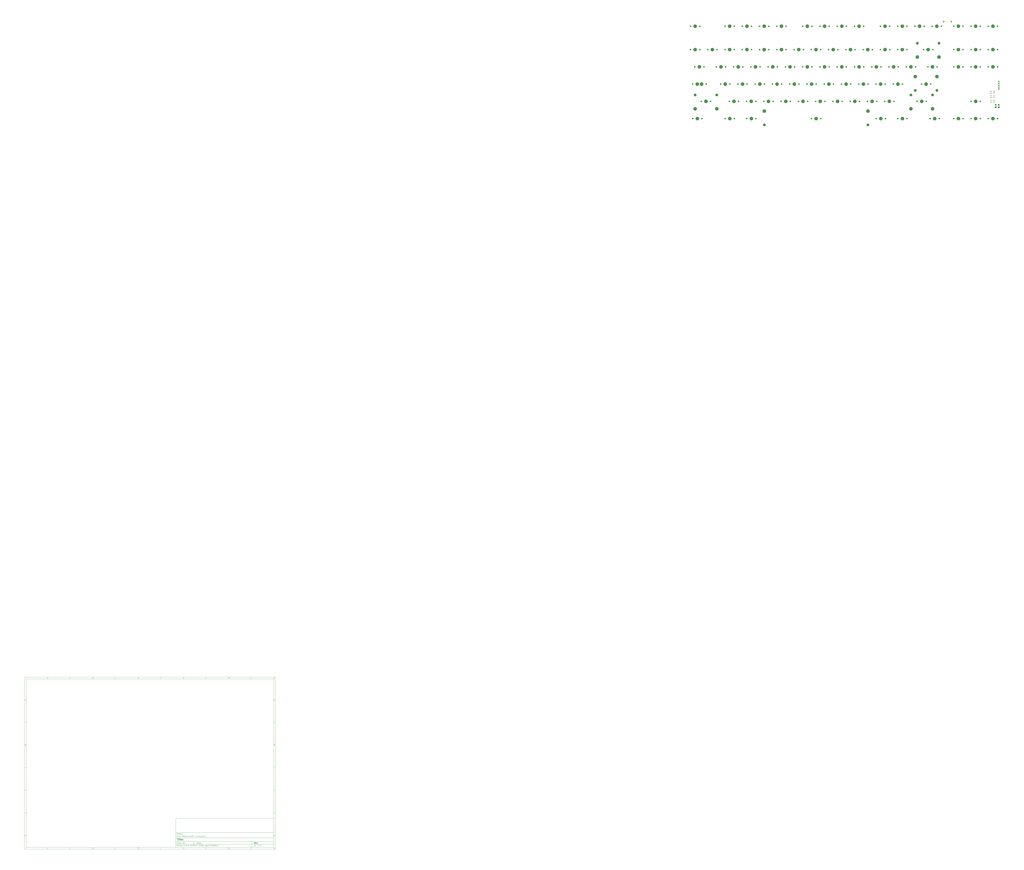
<source format=gbr>
%TF.GenerationSoftware,KiCad,Pcbnew,8.99.0-2206-gee77d06be7*%
%TF.CreationDate,2024-10-02T02:55:55+07:00*%
%TF.ProjectId,RadianceTKL,52616469-616e-4636-9554-4b4c2e6b6963,rev?*%
%TF.SameCoordinates,Original*%
%TF.FileFunction,Soldermask,Top*%
%TF.FilePolarity,Negative*%
%FSLAX46Y46*%
G04 Gerber Fmt 4.6, Leading zero omitted, Abs format (unit mm)*
G04 Created by KiCad (PCBNEW 8.99.0-2206-gee77d06be7) date 2024-10-02 02:55:55*
%MOMM*%
%LPD*%
G01*
G04 APERTURE LIST*
G04 Aperture macros list*
%AMRoundRect*
0 Rectangle with rounded corners*
0 $1 Rounding radius*
0 $2 $3 $4 $5 $6 $7 $8 $9 X,Y pos of 4 corners*
0 Add a 4 corners polygon primitive as box body*
4,1,4,$2,$3,$4,$5,$6,$7,$8,$9,$2,$3,0*
0 Add four circle primitives for the rounded corners*
1,1,$1+$1,$2,$3*
1,1,$1+$1,$4,$5*
1,1,$1+$1,$6,$7*
1,1,$1+$1,$8,$9*
0 Add four rect primitives between the rounded corners*
20,1,$1+$1,$2,$3,$4,$5,0*
20,1,$1+$1,$4,$5,$6,$7,0*
20,1,$1+$1,$6,$7,$8,$9,0*
20,1,$1+$1,$8,$9,$2,$3,0*%
G04 Aperture macros list end*
%ADD10C,0.100000*%
%ADD11C,0.150000*%
%ADD12C,0.300000*%
%ADD13C,0.400000*%
%ADD14C,1.700000*%
%ADD15C,4.000000*%
%ADD16R,0.700000X0.700000*%
%ADD17RoundRect,0.250000X0.750000X-0.600000X0.750000X0.600000X-0.750000X0.600000X-0.750000X-0.600000X0*%
%ADD18O,2.000000X1.700000*%
%ADD19C,3.987800*%
%ADD20C,3.048000*%
%ADD21RoundRect,0.250000X0.625000X-0.350000X0.625000X0.350000X-0.625000X0.350000X-0.625000X-0.350000X0*%
%ADD22O,1.750000X1.200000*%
%ADD23C,0.650000*%
%ADD24O,1.000000X2.100000*%
G04 APERTURE END LIST*
D10*
D11*
X177002200Y-166007200D02*
X285002200Y-166007200D01*
X285002200Y-198007200D01*
X177002200Y-198007200D01*
X177002200Y-166007200D01*
D10*
D11*
X10000000Y-10000000D02*
X287002200Y-10000000D01*
X287002200Y-200007200D01*
X10000000Y-200007200D01*
X10000000Y-10000000D01*
D10*
D11*
X12000000Y-12000000D02*
X285002200Y-12000000D01*
X285002200Y-198007200D01*
X12000000Y-198007200D01*
X12000000Y-12000000D01*
D10*
D11*
X60000000Y-12000000D02*
X60000000Y-10000000D01*
D10*
D11*
X110000000Y-12000000D02*
X110000000Y-10000000D01*
D10*
D11*
X160000000Y-12000000D02*
X160000000Y-10000000D01*
D10*
D11*
X210000000Y-12000000D02*
X210000000Y-10000000D01*
D10*
D11*
X260000000Y-12000000D02*
X260000000Y-10000000D01*
D10*
D11*
X36089160Y-11593604D02*
X35346303Y-11593604D01*
X35717731Y-11593604D02*
X35717731Y-10293604D01*
X35717731Y-10293604D02*
X35593922Y-10479319D01*
X35593922Y-10479319D02*
X35470112Y-10603128D01*
X35470112Y-10603128D02*
X35346303Y-10665033D01*
D10*
D11*
X85346303Y-10417414D02*
X85408207Y-10355509D01*
X85408207Y-10355509D02*
X85532017Y-10293604D01*
X85532017Y-10293604D02*
X85841541Y-10293604D01*
X85841541Y-10293604D02*
X85965350Y-10355509D01*
X85965350Y-10355509D02*
X86027255Y-10417414D01*
X86027255Y-10417414D02*
X86089160Y-10541223D01*
X86089160Y-10541223D02*
X86089160Y-10665033D01*
X86089160Y-10665033D02*
X86027255Y-10850747D01*
X86027255Y-10850747D02*
X85284398Y-11593604D01*
X85284398Y-11593604D02*
X86089160Y-11593604D01*
D10*
D11*
X135284398Y-10293604D02*
X136089160Y-10293604D01*
X136089160Y-10293604D02*
X135655826Y-10788842D01*
X135655826Y-10788842D02*
X135841541Y-10788842D01*
X135841541Y-10788842D02*
X135965350Y-10850747D01*
X135965350Y-10850747D02*
X136027255Y-10912652D01*
X136027255Y-10912652D02*
X136089160Y-11036461D01*
X136089160Y-11036461D02*
X136089160Y-11345985D01*
X136089160Y-11345985D02*
X136027255Y-11469795D01*
X136027255Y-11469795D02*
X135965350Y-11531700D01*
X135965350Y-11531700D02*
X135841541Y-11593604D01*
X135841541Y-11593604D02*
X135470112Y-11593604D01*
X135470112Y-11593604D02*
X135346303Y-11531700D01*
X135346303Y-11531700D02*
X135284398Y-11469795D01*
D10*
D11*
X185965350Y-10726938D02*
X185965350Y-11593604D01*
X185655826Y-10231700D02*
X185346303Y-11160271D01*
X185346303Y-11160271D02*
X186151064Y-11160271D01*
D10*
D11*
X236027255Y-10293604D02*
X235408207Y-10293604D01*
X235408207Y-10293604D02*
X235346303Y-10912652D01*
X235346303Y-10912652D02*
X235408207Y-10850747D01*
X235408207Y-10850747D02*
X235532017Y-10788842D01*
X235532017Y-10788842D02*
X235841541Y-10788842D01*
X235841541Y-10788842D02*
X235965350Y-10850747D01*
X235965350Y-10850747D02*
X236027255Y-10912652D01*
X236027255Y-10912652D02*
X236089160Y-11036461D01*
X236089160Y-11036461D02*
X236089160Y-11345985D01*
X236089160Y-11345985D02*
X236027255Y-11469795D01*
X236027255Y-11469795D02*
X235965350Y-11531700D01*
X235965350Y-11531700D02*
X235841541Y-11593604D01*
X235841541Y-11593604D02*
X235532017Y-11593604D01*
X235532017Y-11593604D02*
X235408207Y-11531700D01*
X235408207Y-11531700D02*
X235346303Y-11469795D01*
D10*
D11*
X285965350Y-10293604D02*
X285717731Y-10293604D01*
X285717731Y-10293604D02*
X285593922Y-10355509D01*
X285593922Y-10355509D02*
X285532017Y-10417414D01*
X285532017Y-10417414D02*
X285408207Y-10603128D01*
X285408207Y-10603128D02*
X285346303Y-10850747D01*
X285346303Y-10850747D02*
X285346303Y-11345985D01*
X285346303Y-11345985D02*
X285408207Y-11469795D01*
X285408207Y-11469795D02*
X285470112Y-11531700D01*
X285470112Y-11531700D02*
X285593922Y-11593604D01*
X285593922Y-11593604D02*
X285841541Y-11593604D01*
X285841541Y-11593604D02*
X285965350Y-11531700D01*
X285965350Y-11531700D02*
X286027255Y-11469795D01*
X286027255Y-11469795D02*
X286089160Y-11345985D01*
X286089160Y-11345985D02*
X286089160Y-11036461D01*
X286089160Y-11036461D02*
X286027255Y-10912652D01*
X286027255Y-10912652D02*
X285965350Y-10850747D01*
X285965350Y-10850747D02*
X285841541Y-10788842D01*
X285841541Y-10788842D02*
X285593922Y-10788842D01*
X285593922Y-10788842D02*
X285470112Y-10850747D01*
X285470112Y-10850747D02*
X285408207Y-10912652D01*
X285408207Y-10912652D02*
X285346303Y-11036461D01*
D10*
D11*
X60000000Y-198007200D02*
X60000000Y-200007200D01*
D10*
D11*
X110000000Y-198007200D02*
X110000000Y-200007200D01*
D10*
D11*
X160000000Y-198007200D02*
X160000000Y-200007200D01*
D10*
D11*
X210000000Y-198007200D02*
X210000000Y-200007200D01*
D10*
D11*
X260000000Y-198007200D02*
X260000000Y-200007200D01*
D10*
D11*
X36089160Y-199600804D02*
X35346303Y-199600804D01*
X35717731Y-199600804D02*
X35717731Y-198300804D01*
X35717731Y-198300804D02*
X35593922Y-198486519D01*
X35593922Y-198486519D02*
X35470112Y-198610328D01*
X35470112Y-198610328D02*
X35346303Y-198672233D01*
D10*
D11*
X85346303Y-198424614D02*
X85408207Y-198362709D01*
X85408207Y-198362709D02*
X85532017Y-198300804D01*
X85532017Y-198300804D02*
X85841541Y-198300804D01*
X85841541Y-198300804D02*
X85965350Y-198362709D01*
X85965350Y-198362709D02*
X86027255Y-198424614D01*
X86027255Y-198424614D02*
X86089160Y-198548423D01*
X86089160Y-198548423D02*
X86089160Y-198672233D01*
X86089160Y-198672233D02*
X86027255Y-198857947D01*
X86027255Y-198857947D02*
X85284398Y-199600804D01*
X85284398Y-199600804D02*
X86089160Y-199600804D01*
D10*
D11*
X135284398Y-198300804D02*
X136089160Y-198300804D01*
X136089160Y-198300804D02*
X135655826Y-198796042D01*
X135655826Y-198796042D02*
X135841541Y-198796042D01*
X135841541Y-198796042D02*
X135965350Y-198857947D01*
X135965350Y-198857947D02*
X136027255Y-198919852D01*
X136027255Y-198919852D02*
X136089160Y-199043661D01*
X136089160Y-199043661D02*
X136089160Y-199353185D01*
X136089160Y-199353185D02*
X136027255Y-199476995D01*
X136027255Y-199476995D02*
X135965350Y-199538900D01*
X135965350Y-199538900D02*
X135841541Y-199600804D01*
X135841541Y-199600804D02*
X135470112Y-199600804D01*
X135470112Y-199600804D02*
X135346303Y-199538900D01*
X135346303Y-199538900D02*
X135284398Y-199476995D01*
D10*
D11*
X185965350Y-198734138D02*
X185965350Y-199600804D01*
X185655826Y-198238900D02*
X185346303Y-199167471D01*
X185346303Y-199167471D02*
X186151064Y-199167471D01*
D10*
D11*
X236027255Y-198300804D02*
X235408207Y-198300804D01*
X235408207Y-198300804D02*
X235346303Y-198919852D01*
X235346303Y-198919852D02*
X235408207Y-198857947D01*
X235408207Y-198857947D02*
X235532017Y-198796042D01*
X235532017Y-198796042D02*
X235841541Y-198796042D01*
X235841541Y-198796042D02*
X235965350Y-198857947D01*
X235965350Y-198857947D02*
X236027255Y-198919852D01*
X236027255Y-198919852D02*
X236089160Y-199043661D01*
X236089160Y-199043661D02*
X236089160Y-199353185D01*
X236089160Y-199353185D02*
X236027255Y-199476995D01*
X236027255Y-199476995D02*
X235965350Y-199538900D01*
X235965350Y-199538900D02*
X235841541Y-199600804D01*
X235841541Y-199600804D02*
X235532017Y-199600804D01*
X235532017Y-199600804D02*
X235408207Y-199538900D01*
X235408207Y-199538900D02*
X235346303Y-199476995D01*
D10*
D11*
X285965350Y-198300804D02*
X285717731Y-198300804D01*
X285717731Y-198300804D02*
X285593922Y-198362709D01*
X285593922Y-198362709D02*
X285532017Y-198424614D01*
X285532017Y-198424614D02*
X285408207Y-198610328D01*
X285408207Y-198610328D02*
X285346303Y-198857947D01*
X285346303Y-198857947D02*
X285346303Y-199353185D01*
X285346303Y-199353185D02*
X285408207Y-199476995D01*
X285408207Y-199476995D02*
X285470112Y-199538900D01*
X285470112Y-199538900D02*
X285593922Y-199600804D01*
X285593922Y-199600804D02*
X285841541Y-199600804D01*
X285841541Y-199600804D02*
X285965350Y-199538900D01*
X285965350Y-199538900D02*
X286027255Y-199476995D01*
X286027255Y-199476995D02*
X286089160Y-199353185D01*
X286089160Y-199353185D02*
X286089160Y-199043661D01*
X286089160Y-199043661D02*
X286027255Y-198919852D01*
X286027255Y-198919852D02*
X285965350Y-198857947D01*
X285965350Y-198857947D02*
X285841541Y-198796042D01*
X285841541Y-198796042D02*
X285593922Y-198796042D01*
X285593922Y-198796042D02*
X285470112Y-198857947D01*
X285470112Y-198857947D02*
X285408207Y-198919852D01*
X285408207Y-198919852D02*
X285346303Y-199043661D01*
D10*
D11*
X10000000Y-60000000D02*
X12000000Y-60000000D01*
D10*
D11*
X10000000Y-110000000D02*
X12000000Y-110000000D01*
D10*
D11*
X10000000Y-160000000D02*
X12000000Y-160000000D01*
D10*
D11*
X10690476Y-35222176D02*
X11309523Y-35222176D01*
X10566666Y-35593604D02*
X10999999Y-34293604D01*
X10999999Y-34293604D02*
X11433333Y-35593604D01*
D10*
D11*
X11092857Y-84912652D02*
X11278571Y-84974557D01*
X11278571Y-84974557D02*
X11340476Y-85036461D01*
X11340476Y-85036461D02*
X11402380Y-85160271D01*
X11402380Y-85160271D02*
X11402380Y-85345985D01*
X11402380Y-85345985D02*
X11340476Y-85469795D01*
X11340476Y-85469795D02*
X11278571Y-85531700D01*
X11278571Y-85531700D02*
X11154761Y-85593604D01*
X11154761Y-85593604D02*
X10659523Y-85593604D01*
X10659523Y-85593604D02*
X10659523Y-84293604D01*
X10659523Y-84293604D02*
X11092857Y-84293604D01*
X11092857Y-84293604D02*
X11216666Y-84355509D01*
X11216666Y-84355509D02*
X11278571Y-84417414D01*
X11278571Y-84417414D02*
X11340476Y-84541223D01*
X11340476Y-84541223D02*
X11340476Y-84665033D01*
X11340476Y-84665033D02*
X11278571Y-84788842D01*
X11278571Y-84788842D02*
X11216666Y-84850747D01*
X11216666Y-84850747D02*
X11092857Y-84912652D01*
X11092857Y-84912652D02*
X10659523Y-84912652D01*
D10*
D11*
X11402380Y-135469795D02*
X11340476Y-135531700D01*
X11340476Y-135531700D02*
X11154761Y-135593604D01*
X11154761Y-135593604D02*
X11030952Y-135593604D01*
X11030952Y-135593604D02*
X10845238Y-135531700D01*
X10845238Y-135531700D02*
X10721428Y-135407890D01*
X10721428Y-135407890D02*
X10659523Y-135284080D01*
X10659523Y-135284080D02*
X10597619Y-135036461D01*
X10597619Y-135036461D02*
X10597619Y-134850747D01*
X10597619Y-134850747D02*
X10659523Y-134603128D01*
X10659523Y-134603128D02*
X10721428Y-134479319D01*
X10721428Y-134479319D02*
X10845238Y-134355509D01*
X10845238Y-134355509D02*
X11030952Y-134293604D01*
X11030952Y-134293604D02*
X11154761Y-134293604D01*
X11154761Y-134293604D02*
X11340476Y-134355509D01*
X11340476Y-134355509D02*
X11402380Y-134417414D01*
D10*
D11*
X10659523Y-185593604D02*
X10659523Y-184293604D01*
X10659523Y-184293604D02*
X10969047Y-184293604D01*
X10969047Y-184293604D02*
X11154761Y-184355509D01*
X11154761Y-184355509D02*
X11278571Y-184479319D01*
X11278571Y-184479319D02*
X11340476Y-184603128D01*
X11340476Y-184603128D02*
X11402380Y-184850747D01*
X11402380Y-184850747D02*
X11402380Y-185036461D01*
X11402380Y-185036461D02*
X11340476Y-185284080D01*
X11340476Y-185284080D02*
X11278571Y-185407890D01*
X11278571Y-185407890D02*
X11154761Y-185531700D01*
X11154761Y-185531700D02*
X10969047Y-185593604D01*
X10969047Y-185593604D02*
X10659523Y-185593604D01*
D10*
D11*
X287002200Y-60000000D02*
X285002200Y-60000000D01*
D10*
D11*
X287002200Y-110000000D02*
X285002200Y-110000000D01*
D10*
D11*
X287002200Y-160000000D02*
X285002200Y-160000000D01*
D10*
D11*
X285692676Y-35222176D02*
X286311723Y-35222176D01*
X285568866Y-35593604D02*
X286002199Y-34293604D01*
X286002199Y-34293604D02*
X286435533Y-35593604D01*
D10*
D11*
X286095057Y-84912652D02*
X286280771Y-84974557D01*
X286280771Y-84974557D02*
X286342676Y-85036461D01*
X286342676Y-85036461D02*
X286404580Y-85160271D01*
X286404580Y-85160271D02*
X286404580Y-85345985D01*
X286404580Y-85345985D02*
X286342676Y-85469795D01*
X286342676Y-85469795D02*
X286280771Y-85531700D01*
X286280771Y-85531700D02*
X286156961Y-85593604D01*
X286156961Y-85593604D02*
X285661723Y-85593604D01*
X285661723Y-85593604D02*
X285661723Y-84293604D01*
X285661723Y-84293604D02*
X286095057Y-84293604D01*
X286095057Y-84293604D02*
X286218866Y-84355509D01*
X286218866Y-84355509D02*
X286280771Y-84417414D01*
X286280771Y-84417414D02*
X286342676Y-84541223D01*
X286342676Y-84541223D02*
X286342676Y-84665033D01*
X286342676Y-84665033D02*
X286280771Y-84788842D01*
X286280771Y-84788842D02*
X286218866Y-84850747D01*
X286218866Y-84850747D02*
X286095057Y-84912652D01*
X286095057Y-84912652D02*
X285661723Y-84912652D01*
D10*
D11*
X286404580Y-135469795D02*
X286342676Y-135531700D01*
X286342676Y-135531700D02*
X286156961Y-135593604D01*
X286156961Y-135593604D02*
X286033152Y-135593604D01*
X286033152Y-135593604D02*
X285847438Y-135531700D01*
X285847438Y-135531700D02*
X285723628Y-135407890D01*
X285723628Y-135407890D02*
X285661723Y-135284080D01*
X285661723Y-135284080D02*
X285599819Y-135036461D01*
X285599819Y-135036461D02*
X285599819Y-134850747D01*
X285599819Y-134850747D02*
X285661723Y-134603128D01*
X285661723Y-134603128D02*
X285723628Y-134479319D01*
X285723628Y-134479319D02*
X285847438Y-134355509D01*
X285847438Y-134355509D02*
X286033152Y-134293604D01*
X286033152Y-134293604D02*
X286156961Y-134293604D01*
X286156961Y-134293604D02*
X286342676Y-134355509D01*
X286342676Y-134355509D02*
X286404580Y-134417414D01*
D10*
D11*
X285661723Y-185593604D02*
X285661723Y-184293604D01*
X285661723Y-184293604D02*
X285971247Y-184293604D01*
X285971247Y-184293604D02*
X286156961Y-184355509D01*
X286156961Y-184355509D02*
X286280771Y-184479319D01*
X286280771Y-184479319D02*
X286342676Y-184603128D01*
X286342676Y-184603128D02*
X286404580Y-184850747D01*
X286404580Y-184850747D02*
X286404580Y-185036461D01*
X286404580Y-185036461D02*
X286342676Y-185284080D01*
X286342676Y-185284080D02*
X286280771Y-185407890D01*
X286280771Y-185407890D02*
X286156961Y-185531700D01*
X286156961Y-185531700D02*
X285971247Y-185593604D01*
X285971247Y-185593604D02*
X285661723Y-185593604D01*
D10*
D11*
X200458026Y-193793328D02*
X200458026Y-192293328D01*
X200458026Y-192293328D02*
X200815169Y-192293328D01*
X200815169Y-192293328D02*
X201029455Y-192364757D01*
X201029455Y-192364757D02*
X201172312Y-192507614D01*
X201172312Y-192507614D02*
X201243741Y-192650471D01*
X201243741Y-192650471D02*
X201315169Y-192936185D01*
X201315169Y-192936185D02*
X201315169Y-193150471D01*
X201315169Y-193150471D02*
X201243741Y-193436185D01*
X201243741Y-193436185D02*
X201172312Y-193579042D01*
X201172312Y-193579042D02*
X201029455Y-193721900D01*
X201029455Y-193721900D02*
X200815169Y-193793328D01*
X200815169Y-193793328D02*
X200458026Y-193793328D01*
X202600884Y-193793328D02*
X202600884Y-193007614D01*
X202600884Y-193007614D02*
X202529455Y-192864757D01*
X202529455Y-192864757D02*
X202386598Y-192793328D01*
X202386598Y-192793328D02*
X202100884Y-192793328D01*
X202100884Y-192793328D02*
X201958026Y-192864757D01*
X202600884Y-193721900D02*
X202458026Y-193793328D01*
X202458026Y-193793328D02*
X202100884Y-193793328D01*
X202100884Y-193793328D02*
X201958026Y-193721900D01*
X201958026Y-193721900D02*
X201886598Y-193579042D01*
X201886598Y-193579042D02*
X201886598Y-193436185D01*
X201886598Y-193436185D02*
X201958026Y-193293328D01*
X201958026Y-193293328D02*
X202100884Y-193221900D01*
X202100884Y-193221900D02*
X202458026Y-193221900D01*
X202458026Y-193221900D02*
X202600884Y-193150471D01*
X203100884Y-192793328D02*
X203672312Y-192793328D01*
X203315169Y-192293328D02*
X203315169Y-193579042D01*
X203315169Y-193579042D02*
X203386598Y-193721900D01*
X203386598Y-193721900D02*
X203529455Y-193793328D01*
X203529455Y-193793328D02*
X203672312Y-193793328D01*
X204743741Y-193721900D02*
X204600884Y-193793328D01*
X204600884Y-193793328D02*
X204315170Y-193793328D01*
X204315170Y-193793328D02*
X204172312Y-193721900D01*
X204172312Y-193721900D02*
X204100884Y-193579042D01*
X204100884Y-193579042D02*
X204100884Y-193007614D01*
X204100884Y-193007614D02*
X204172312Y-192864757D01*
X204172312Y-192864757D02*
X204315170Y-192793328D01*
X204315170Y-192793328D02*
X204600884Y-192793328D01*
X204600884Y-192793328D02*
X204743741Y-192864757D01*
X204743741Y-192864757D02*
X204815170Y-193007614D01*
X204815170Y-193007614D02*
X204815170Y-193150471D01*
X204815170Y-193150471D02*
X204100884Y-193293328D01*
X205458026Y-193650471D02*
X205529455Y-193721900D01*
X205529455Y-193721900D02*
X205458026Y-193793328D01*
X205458026Y-193793328D02*
X205386598Y-193721900D01*
X205386598Y-193721900D02*
X205458026Y-193650471D01*
X205458026Y-193650471D02*
X205458026Y-193793328D01*
X205458026Y-192864757D02*
X205529455Y-192936185D01*
X205529455Y-192936185D02*
X205458026Y-193007614D01*
X205458026Y-193007614D02*
X205386598Y-192936185D01*
X205386598Y-192936185D02*
X205458026Y-192864757D01*
X205458026Y-192864757D02*
X205458026Y-193007614D01*
D10*
D11*
X177002200Y-194507200D02*
X285002200Y-194507200D01*
D10*
D11*
X178458026Y-196593328D02*
X178458026Y-195093328D01*
X179315169Y-196593328D02*
X178672312Y-195736185D01*
X179315169Y-195093328D02*
X178458026Y-195950471D01*
X179958026Y-196593328D02*
X179958026Y-195593328D01*
X179958026Y-195093328D02*
X179886598Y-195164757D01*
X179886598Y-195164757D02*
X179958026Y-195236185D01*
X179958026Y-195236185D02*
X180029455Y-195164757D01*
X180029455Y-195164757D02*
X179958026Y-195093328D01*
X179958026Y-195093328D02*
X179958026Y-195236185D01*
X181529455Y-196450471D02*
X181458027Y-196521900D01*
X181458027Y-196521900D02*
X181243741Y-196593328D01*
X181243741Y-196593328D02*
X181100884Y-196593328D01*
X181100884Y-196593328D02*
X180886598Y-196521900D01*
X180886598Y-196521900D02*
X180743741Y-196379042D01*
X180743741Y-196379042D02*
X180672312Y-196236185D01*
X180672312Y-196236185D02*
X180600884Y-195950471D01*
X180600884Y-195950471D02*
X180600884Y-195736185D01*
X180600884Y-195736185D02*
X180672312Y-195450471D01*
X180672312Y-195450471D02*
X180743741Y-195307614D01*
X180743741Y-195307614D02*
X180886598Y-195164757D01*
X180886598Y-195164757D02*
X181100884Y-195093328D01*
X181100884Y-195093328D02*
X181243741Y-195093328D01*
X181243741Y-195093328D02*
X181458027Y-195164757D01*
X181458027Y-195164757D02*
X181529455Y-195236185D01*
X182815170Y-196593328D02*
X182815170Y-195807614D01*
X182815170Y-195807614D02*
X182743741Y-195664757D01*
X182743741Y-195664757D02*
X182600884Y-195593328D01*
X182600884Y-195593328D02*
X182315170Y-195593328D01*
X182315170Y-195593328D02*
X182172312Y-195664757D01*
X182815170Y-196521900D02*
X182672312Y-196593328D01*
X182672312Y-196593328D02*
X182315170Y-196593328D01*
X182315170Y-196593328D02*
X182172312Y-196521900D01*
X182172312Y-196521900D02*
X182100884Y-196379042D01*
X182100884Y-196379042D02*
X182100884Y-196236185D01*
X182100884Y-196236185D02*
X182172312Y-196093328D01*
X182172312Y-196093328D02*
X182315170Y-196021900D01*
X182315170Y-196021900D02*
X182672312Y-196021900D01*
X182672312Y-196021900D02*
X182815170Y-195950471D01*
X184172313Y-196593328D02*
X184172313Y-195093328D01*
X184172313Y-196521900D02*
X184029455Y-196593328D01*
X184029455Y-196593328D02*
X183743741Y-196593328D01*
X183743741Y-196593328D02*
X183600884Y-196521900D01*
X183600884Y-196521900D02*
X183529455Y-196450471D01*
X183529455Y-196450471D02*
X183458027Y-196307614D01*
X183458027Y-196307614D02*
X183458027Y-195879042D01*
X183458027Y-195879042D02*
X183529455Y-195736185D01*
X183529455Y-195736185D02*
X183600884Y-195664757D01*
X183600884Y-195664757D02*
X183743741Y-195593328D01*
X183743741Y-195593328D02*
X184029455Y-195593328D01*
X184029455Y-195593328D02*
X184172313Y-195664757D01*
X186029455Y-195807614D02*
X186529455Y-195807614D01*
X186743741Y-196593328D02*
X186029455Y-196593328D01*
X186029455Y-196593328D02*
X186029455Y-195093328D01*
X186029455Y-195093328D02*
X186743741Y-195093328D01*
X187386598Y-196450471D02*
X187458027Y-196521900D01*
X187458027Y-196521900D02*
X187386598Y-196593328D01*
X187386598Y-196593328D02*
X187315170Y-196521900D01*
X187315170Y-196521900D02*
X187386598Y-196450471D01*
X187386598Y-196450471D02*
X187386598Y-196593328D01*
X188100884Y-196593328D02*
X188100884Y-195093328D01*
X188100884Y-195093328D02*
X188458027Y-195093328D01*
X188458027Y-195093328D02*
X188672313Y-195164757D01*
X188672313Y-195164757D02*
X188815170Y-195307614D01*
X188815170Y-195307614D02*
X188886599Y-195450471D01*
X188886599Y-195450471D02*
X188958027Y-195736185D01*
X188958027Y-195736185D02*
X188958027Y-195950471D01*
X188958027Y-195950471D02*
X188886599Y-196236185D01*
X188886599Y-196236185D02*
X188815170Y-196379042D01*
X188815170Y-196379042D02*
X188672313Y-196521900D01*
X188672313Y-196521900D02*
X188458027Y-196593328D01*
X188458027Y-196593328D02*
X188100884Y-196593328D01*
X189600884Y-196450471D02*
X189672313Y-196521900D01*
X189672313Y-196521900D02*
X189600884Y-196593328D01*
X189600884Y-196593328D02*
X189529456Y-196521900D01*
X189529456Y-196521900D02*
X189600884Y-196450471D01*
X189600884Y-196450471D02*
X189600884Y-196593328D01*
X190243742Y-196164757D02*
X190958028Y-196164757D01*
X190100885Y-196593328D02*
X190600885Y-195093328D01*
X190600885Y-195093328D02*
X191100885Y-196593328D01*
X191600884Y-196450471D02*
X191672313Y-196521900D01*
X191672313Y-196521900D02*
X191600884Y-196593328D01*
X191600884Y-196593328D02*
X191529456Y-196521900D01*
X191529456Y-196521900D02*
X191600884Y-196450471D01*
X191600884Y-196450471D02*
X191600884Y-196593328D01*
X193672313Y-195736185D02*
X193529456Y-195664757D01*
X193529456Y-195664757D02*
X193458027Y-195593328D01*
X193458027Y-195593328D02*
X193386599Y-195450471D01*
X193386599Y-195450471D02*
X193386599Y-195379042D01*
X193386599Y-195379042D02*
X193458027Y-195236185D01*
X193458027Y-195236185D02*
X193529456Y-195164757D01*
X193529456Y-195164757D02*
X193672313Y-195093328D01*
X193672313Y-195093328D02*
X193958027Y-195093328D01*
X193958027Y-195093328D02*
X194100885Y-195164757D01*
X194100885Y-195164757D02*
X194172313Y-195236185D01*
X194172313Y-195236185D02*
X194243742Y-195379042D01*
X194243742Y-195379042D02*
X194243742Y-195450471D01*
X194243742Y-195450471D02*
X194172313Y-195593328D01*
X194172313Y-195593328D02*
X194100885Y-195664757D01*
X194100885Y-195664757D02*
X193958027Y-195736185D01*
X193958027Y-195736185D02*
X193672313Y-195736185D01*
X193672313Y-195736185D02*
X193529456Y-195807614D01*
X193529456Y-195807614D02*
X193458027Y-195879042D01*
X193458027Y-195879042D02*
X193386599Y-196021900D01*
X193386599Y-196021900D02*
X193386599Y-196307614D01*
X193386599Y-196307614D02*
X193458027Y-196450471D01*
X193458027Y-196450471D02*
X193529456Y-196521900D01*
X193529456Y-196521900D02*
X193672313Y-196593328D01*
X193672313Y-196593328D02*
X193958027Y-196593328D01*
X193958027Y-196593328D02*
X194100885Y-196521900D01*
X194100885Y-196521900D02*
X194172313Y-196450471D01*
X194172313Y-196450471D02*
X194243742Y-196307614D01*
X194243742Y-196307614D02*
X194243742Y-196021900D01*
X194243742Y-196021900D02*
X194172313Y-195879042D01*
X194172313Y-195879042D02*
X194100885Y-195807614D01*
X194100885Y-195807614D02*
X193958027Y-195736185D01*
X194886598Y-196450471D02*
X194958027Y-196521900D01*
X194958027Y-196521900D02*
X194886598Y-196593328D01*
X194886598Y-196593328D02*
X194815170Y-196521900D01*
X194815170Y-196521900D02*
X194886598Y-196450471D01*
X194886598Y-196450471D02*
X194886598Y-196593328D01*
X195672313Y-196593328D02*
X195958027Y-196593328D01*
X195958027Y-196593328D02*
X196100884Y-196521900D01*
X196100884Y-196521900D02*
X196172313Y-196450471D01*
X196172313Y-196450471D02*
X196315170Y-196236185D01*
X196315170Y-196236185D02*
X196386599Y-195950471D01*
X196386599Y-195950471D02*
X196386599Y-195379042D01*
X196386599Y-195379042D02*
X196315170Y-195236185D01*
X196315170Y-195236185D02*
X196243742Y-195164757D01*
X196243742Y-195164757D02*
X196100884Y-195093328D01*
X196100884Y-195093328D02*
X195815170Y-195093328D01*
X195815170Y-195093328D02*
X195672313Y-195164757D01*
X195672313Y-195164757D02*
X195600884Y-195236185D01*
X195600884Y-195236185D02*
X195529456Y-195379042D01*
X195529456Y-195379042D02*
X195529456Y-195736185D01*
X195529456Y-195736185D02*
X195600884Y-195879042D01*
X195600884Y-195879042D02*
X195672313Y-195950471D01*
X195672313Y-195950471D02*
X195815170Y-196021900D01*
X195815170Y-196021900D02*
X196100884Y-196021900D01*
X196100884Y-196021900D02*
X196243742Y-195950471D01*
X196243742Y-195950471D02*
X196315170Y-195879042D01*
X196315170Y-195879042D02*
X196386599Y-195736185D01*
X197100884Y-196593328D02*
X197386598Y-196593328D01*
X197386598Y-196593328D02*
X197529455Y-196521900D01*
X197529455Y-196521900D02*
X197600884Y-196450471D01*
X197600884Y-196450471D02*
X197743741Y-196236185D01*
X197743741Y-196236185D02*
X197815170Y-195950471D01*
X197815170Y-195950471D02*
X197815170Y-195379042D01*
X197815170Y-195379042D02*
X197743741Y-195236185D01*
X197743741Y-195236185D02*
X197672313Y-195164757D01*
X197672313Y-195164757D02*
X197529455Y-195093328D01*
X197529455Y-195093328D02*
X197243741Y-195093328D01*
X197243741Y-195093328D02*
X197100884Y-195164757D01*
X197100884Y-195164757D02*
X197029455Y-195236185D01*
X197029455Y-195236185D02*
X196958027Y-195379042D01*
X196958027Y-195379042D02*
X196958027Y-195736185D01*
X196958027Y-195736185D02*
X197029455Y-195879042D01*
X197029455Y-195879042D02*
X197100884Y-195950471D01*
X197100884Y-195950471D02*
X197243741Y-196021900D01*
X197243741Y-196021900D02*
X197529455Y-196021900D01*
X197529455Y-196021900D02*
X197672313Y-195950471D01*
X197672313Y-195950471D02*
X197743741Y-195879042D01*
X197743741Y-195879042D02*
X197815170Y-195736185D01*
X198458026Y-196450471D02*
X198529455Y-196521900D01*
X198529455Y-196521900D02*
X198458026Y-196593328D01*
X198458026Y-196593328D02*
X198386598Y-196521900D01*
X198386598Y-196521900D02*
X198458026Y-196450471D01*
X198458026Y-196450471D02*
X198458026Y-196593328D01*
X199458027Y-195093328D02*
X199600884Y-195093328D01*
X199600884Y-195093328D02*
X199743741Y-195164757D01*
X199743741Y-195164757D02*
X199815170Y-195236185D01*
X199815170Y-195236185D02*
X199886598Y-195379042D01*
X199886598Y-195379042D02*
X199958027Y-195664757D01*
X199958027Y-195664757D02*
X199958027Y-196021900D01*
X199958027Y-196021900D02*
X199886598Y-196307614D01*
X199886598Y-196307614D02*
X199815170Y-196450471D01*
X199815170Y-196450471D02*
X199743741Y-196521900D01*
X199743741Y-196521900D02*
X199600884Y-196593328D01*
X199600884Y-196593328D02*
X199458027Y-196593328D01*
X199458027Y-196593328D02*
X199315170Y-196521900D01*
X199315170Y-196521900D02*
X199243741Y-196450471D01*
X199243741Y-196450471D02*
X199172312Y-196307614D01*
X199172312Y-196307614D02*
X199100884Y-196021900D01*
X199100884Y-196021900D02*
X199100884Y-195664757D01*
X199100884Y-195664757D02*
X199172312Y-195379042D01*
X199172312Y-195379042D02*
X199243741Y-195236185D01*
X199243741Y-195236185D02*
X199315170Y-195164757D01*
X199315170Y-195164757D02*
X199458027Y-195093328D01*
X200600883Y-196021900D02*
X201743741Y-196021900D01*
X202386598Y-195236185D02*
X202458026Y-195164757D01*
X202458026Y-195164757D02*
X202600884Y-195093328D01*
X202600884Y-195093328D02*
X202958026Y-195093328D01*
X202958026Y-195093328D02*
X203100884Y-195164757D01*
X203100884Y-195164757D02*
X203172312Y-195236185D01*
X203172312Y-195236185D02*
X203243741Y-195379042D01*
X203243741Y-195379042D02*
X203243741Y-195521900D01*
X203243741Y-195521900D02*
X203172312Y-195736185D01*
X203172312Y-195736185D02*
X202315169Y-196593328D01*
X202315169Y-196593328D02*
X203243741Y-196593328D01*
X203815169Y-195236185D02*
X203886597Y-195164757D01*
X203886597Y-195164757D02*
X204029455Y-195093328D01*
X204029455Y-195093328D02*
X204386597Y-195093328D01*
X204386597Y-195093328D02*
X204529455Y-195164757D01*
X204529455Y-195164757D02*
X204600883Y-195236185D01*
X204600883Y-195236185D02*
X204672312Y-195379042D01*
X204672312Y-195379042D02*
X204672312Y-195521900D01*
X204672312Y-195521900D02*
X204600883Y-195736185D01*
X204600883Y-195736185D02*
X203743740Y-196593328D01*
X203743740Y-196593328D02*
X204672312Y-196593328D01*
X205600883Y-195093328D02*
X205743740Y-195093328D01*
X205743740Y-195093328D02*
X205886597Y-195164757D01*
X205886597Y-195164757D02*
X205958026Y-195236185D01*
X205958026Y-195236185D02*
X206029454Y-195379042D01*
X206029454Y-195379042D02*
X206100883Y-195664757D01*
X206100883Y-195664757D02*
X206100883Y-196021900D01*
X206100883Y-196021900D02*
X206029454Y-196307614D01*
X206029454Y-196307614D02*
X205958026Y-196450471D01*
X205958026Y-196450471D02*
X205886597Y-196521900D01*
X205886597Y-196521900D02*
X205743740Y-196593328D01*
X205743740Y-196593328D02*
X205600883Y-196593328D01*
X205600883Y-196593328D02*
X205458026Y-196521900D01*
X205458026Y-196521900D02*
X205386597Y-196450471D01*
X205386597Y-196450471D02*
X205315168Y-196307614D01*
X205315168Y-196307614D02*
X205243740Y-196021900D01*
X205243740Y-196021900D02*
X205243740Y-195664757D01*
X205243740Y-195664757D02*
X205315168Y-195379042D01*
X205315168Y-195379042D02*
X205386597Y-195236185D01*
X205386597Y-195236185D02*
X205458026Y-195164757D01*
X205458026Y-195164757D02*
X205600883Y-195093328D01*
X207386597Y-195093328D02*
X207100882Y-195093328D01*
X207100882Y-195093328D02*
X206958025Y-195164757D01*
X206958025Y-195164757D02*
X206886597Y-195236185D01*
X206886597Y-195236185D02*
X206743739Y-195450471D01*
X206743739Y-195450471D02*
X206672311Y-195736185D01*
X206672311Y-195736185D02*
X206672311Y-196307614D01*
X206672311Y-196307614D02*
X206743739Y-196450471D01*
X206743739Y-196450471D02*
X206815168Y-196521900D01*
X206815168Y-196521900D02*
X206958025Y-196593328D01*
X206958025Y-196593328D02*
X207243739Y-196593328D01*
X207243739Y-196593328D02*
X207386597Y-196521900D01*
X207386597Y-196521900D02*
X207458025Y-196450471D01*
X207458025Y-196450471D02*
X207529454Y-196307614D01*
X207529454Y-196307614D02*
X207529454Y-195950471D01*
X207529454Y-195950471D02*
X207458025Y-195807614D01*
X207458025Y-195807614D02*
X207386597Y-195736185D01*
X207386597Y-195736185D02*
X207243739Y-195664757D01*
X207243739Y-195664757D02*
X206958025Y-195664757D01*
X206958025Y-195664757D02*
X206815168Y-195736185D01*
X206815168Y-195736185D02*
X206743739Y-195807614D01*
X206743739Y-195807614D02*
X206672311Y-195950471D01*
X208172310Y-196021900D02*
X209315168Y-196021900D01*
X210672311Y-195593328D02*
X210672311Y-196807614D01*
X210672311Y-196807614D02*
X210600882Y-196950471D01*
X210600882Y-196950471D02*
X210529453Y-197021900D01*
X210529453Y-197021900D02*
X210386596Y-197093328D01*
X210386596Y-197093328D02*
X210172311Y-197093328D01*
X210172311Y-197093328D02*
X210029453Y-197021900D01*
X210672311Y-196521900D02*
X210529453Y-196593328D01*
X210529453Y-196593328D02*
X210243739Y-196593328D01*
X210243739Y-196593328D02*
X210100882Y-196521900D01*
X210100882Y-196521900D02*
X210029453Y-196450471D01*
X210029453Y-196450471D02*
X209958025Y-196307614D01*
X209958025Y-196307614D02*
X209958025Y-195879042D01*
X209958025Y-195879042D02*
X210029453Y-195736185D01*
X210029453Y-195736185D02*
X210100882Y-195664757D01*
X210100882Y-195664757D02*
X210243739Y-195593328D01*
X210243739Y-195593328D02*
X210529453Y-195593328D01*
X210529453Y-195593328D02*
X210672311Y-195664757D01*
X211958025Y-196521900D02*
X211815168Y-196593328D01*
X211815168Y-196593328D02*
X211529454Y-196593328D01*
X211529454Y-196593328D02*
X211386596Y-196521900D01*
X211386596Y-196521900D02*
X211315168Y-196379042D01*
X211315168Y-196379042D02*
X211315168Y-195807614D01*
X211315168Y-195807614D02*
X211386596Y-195664757D01*
X211386596Y-195664757D02*
X211529454Y-195593328D01*
X211529454Y-195593328D02*
X211815168Y-195593328D01*
X211815168Y-195593328D02*
X211958025Y-195664757D01*
X211958025Y-195664757D02*
X212029454Y-195807614D01*
X212029454Y-195807614D02*
X212029454Y-195950471D01*
X212029454Y-195950471D02*
X211315168Y-196093328D01*
X213243739Y-196521900D02*
X213100882Y-196593328D01*
X213100882Y-196593328D02*
X212815168Y-196593328D01*
X212815168Y-196593328D02*
X212672310Y-196521900D01*
X212672310Y-196521900D02*
X212600882Y-196379042D01*
X212600882Y-196379042D02*
X212600882Y-195807614D01*
X212600882Y-195807614D02*
X212672310Y-195664757D01*
X212672310Y-195664757D02*
X212815168Y-195593328D01*
X212815168Y-195593328D02*
X213100882Y-195593328D01*
X213100882Y-195593328D02*
X213243739Y-195664757D01*
X213243739Y-195664757D02*
X213315168Y-195807614D01*
X213315168Y-195807614D02*
X213315168Y-195950471D01*
X213315168Y-195950471D02*
X212600882Y-196093328D01*
X213815167Y-195093328D02*
X214815167Y-195093328D01*
X214815167Y-195093328D02*
X214172310Y-196593328D01*
X215243738Y-195093328D02*
X216243738Y-195093328D01*
X216243738Y-195093328D02*
X215600881Y-196593328D01*
X217458024Y-196593328D02*
X217458024Y-195093328D01*
X217458024Y-196521900D02*
X217315166Y-196593328D01*
X217315166Y-196593328D02*
X217029452Y-196593328D01*
X217029452Y-196593328D02*
X216886595Y-196521900D01*
X216886595Y-196521900D02*
X216815166Y-196450471D01*
X216815166Y-196450471D02*
X216743738Y-196307614D01*
X216743738Y-196307614D02*
X216743738Y-195879042D01*
X216743738Y-195879042D02*
X216815166Y-195736185D01*
X216815166Y-195736185D02*
X216886595Y-195664757D01*
X216886595Y-195664757D02*
X217029452Y-195593328D01*
X217029452Y-195593328D02*
X217315166Y-195593328D01*
X217315166Y-195593328D02*
X217458024Y-195664757D01*
X218458024Y-195093328D02*
X218600881Y-195093328D01*
X218600881Y-195093328D02*
X218743738Y-195164757D01*
X218743738Y-195164757D02*
X218815167Y-195236185D01*
X218815167Y-195236185D02*
X218886595Y-195379042D01*
X218886595Y-195379042D02*
X218958024Y-195664757D01*
X218958024Y-195664757D02*
X218958024Y-196021900D01*
X218958024Y-196021900D02*
X218886595Y-196307614D01*
X218886595Y-196307614D02*
X218815167Y-196450471D01*
X218815167Y-196450471D02*
X218743738Y-196521900D01*
X218743738Y-196521900D02*
X218600881Y-196593328D01*
X218600881Y-196593328D02*
X218458024Y-196593328D01*
X218458024Y-196593328D02*
X218315167Y-196521900D01*
X218315167Y-196521900D02*
X218243738Y-196450471D01*
X218243738Y-196450471D02*
X218172309Y-196307614D01*
X218172309Y-196307614D02*
X218100881Y-196021900D01*
X218100881Y-196021900D02*
X218100881Y-195664757D01*
X218100881Y-195664757D02*
X218172309Y-195379042D01*
X218172309Y-195379042D02*
X218243738Y-195236185D01*
X218243738Y-195236185D02*
X218315167Y-195164757D01*
X218315167Y-195164757D02*
X218458024Y-195093328D01*
X220243738Y-195093328D02*
X219958023Y-195093328D01*
X219958023Y-195093328D02*
X219815166Y-195164757D01*
X219815166Y-195164757D02*
X219743738Y-195236185D01*
X219743738Y-195236185D02*
X219600880Y-195450471D01*
X219600880Y-195450471D02*
X219529452Y-195736185D01*
X219529452Y-195736185D02*
X219529452Y-196307614D01*
X219529452Y-196307614D02*
X219600880Y-196450471D01*
X219600880Y-196450471D02*
X219672309Y-196521900D01*
X219672309Y-196521900D02*
X219815166Y-196593328D01*
X219815166Y-196593328D02*
X220100880Y-196593328D01*
X220100880Y-196593328D02*
X220243738Y-196521900D01*
X220243738Y-196521900D02*
X220315166Y-196450471D01*
X220315166Y-196450471D02*
X220386595Y-196307614D01*
X220386595Y-196307614D02*
X220386595Y-195950471D01*
X220386595Y-195950471D02*
X220315166Y-195807614D01*
X220315166Y-195807614D02*
X220243738Y-195736185D01*
X220243738Y-195736185D02*
X220100880Y-195664757D01*
X220100880Y-195664757D02*
X219815166Y-195664757D01*
X219815166Y-195664757D02*
X219672309Y-195736185D01*
X219672309Y-195736185D02*
X219600880Y-195807614D01*
X219600880Y-195807614D02*
X219529452Y-195950471D01*
X221029451Y-196593328D02*
X221029451Y-195093328D01*
X221029451Y-195664757D02*
X221172309Y-195593328D01*
X221172309Y-195593328D02*
X221458023Y-195593328D01*
X221458023Y-195593328D02*
X221600880Y-195664757D01*
X221600880Y-195664757D02*
X221672309Y-195736185D01*
X221672309Y-195736185D02*
X221743737Y-195879042D01*
X221743737Y-195879042D02*
X221743737Y-196307614D01*
X221743737Y-196307614D02*
X221672309Y-196450471D01*
X221672309Y-196450471D02*
X221600880Y-196521900D01*
X221600880Y-196521900D02*
X221458023Y-196593328D01*
X221458023Y-196593328D02*
X221172309Y-196593328D01*
X221172309Y-196593328D02*
X221029451Y-196521900D01*
X222958023Y-196521900D02*
X222815166Y-196593328D01*
X222815166Y-196593328D02*
X222529452Y-196593328D01*
X222529452Y-196593328D02*
X222386594Y-196521900D01*
X222386594Y-196521900D02*
X222315166Y-196379042D01*
X222315166Y-196379042D02*
X222315166Y-195807614D01*
X222315166Y-195807614D02*
X222386594Y-195664757D01*
X222386594Y-195664757D02*
X222529452Y-195593328D01*
X222529452Y-195593328D02*
X222815166Y-195593328D01*
X222815166Y-195593328D02*
X222958023Y-195664757D01*
X222958023Y-195664757D02*
X223029452Y-195807614D01*
X223029452Y-195807614D02*
X223029452Y-195950471D01*
X223029452Y-195950471D02*
X222315166Y-196093328D01*
X223529451Y-195093328D02*
X224529451Y-195093328D01*
X224529451Y-195093328D02*
X223886594Y-196593328D01*
D10*
D11*
X177002200Y-191507200D02*
X285002200Y-191507200D01*
D10*
D12*
X264413853Y-193785528D02*
X263913853Y-193071242D01*
X263556710Y-193785528D02*
X263556710Y-192285528D01*
X263556710Y-192285528D02*
X264128139Y-192285528D01*
X264128139Y-192285528D02*
X264270996Y-192356957D01*
X264270996Y-192356957D02*
X264342425Y-192428385D01*
X264342425Y-192428385D02*
X264413853Y-192571242D01*
X264413853Y-192571242D02*
X264413853Y-192785528D01*
X264413853Y-192785528D02*
X264342425Y-192928385D01*
X264342425Y-192928385D02*
X264270996Y-192999814D01*
X264270996Y-192999814D02*
X264128139Y-193071242D01*
X264128139Y-193071242D02*
X263556710Y-193071242D01*
X265628139Y-193714100D02*
X265485282Y-193785528D01*
X265485282Y-193785528D02*
X265199568Y-193785528D01*
X265199568Y-193785528D02*
X265056710Y-193714100D01*
X265056710Y-193714100D02*
X264985282Y-193571242D01*
X264985282Y-193571242D02*
X264985282Y-192999814D01*
X264985282Y-192999814D02*
X265056710Y-192856957D01*
X265056710Y-192856957D02*
X265199568Y-192785528D01*
X265199568Y-192785528D02*
X265485282Y-192785528D01*
X265485282Y-192785528D02*
X265628139Y-192856957D01*
X265628139Y-192856957D02*
X265699568Y-192999814D01*
X265699568Y-192999814D02*
X265699568Y-193142671D01*
X265699568Y-193142671D02*
X264985282Y-193285528D01*
X266199567Y-192785528D02*
X266556710Y-193785528D01*
X266556710Y-193785528D02*
X266913853Y-192785528D01*
X267485281Y-193642671D02*
X267556710Y-193714100D01*
X267556710Y-193714100D02*
X267485281Y-193785528D01*
X267485281Y-193785528D02*
X267413853Y-193714100D01*
X267413853Y-193714100D02*
X267485281Y-193642671D01*
X267485281Y-193642671D02*
X267485281Y-193785528D01*
X267485281Y-192856957D02*
X267556710Y-192928385D01*
X267556710Y-192928385D02*
X267485281Y-192999814D01*
X267485281Y-192999814D02*
X267413853Y-192928385D01*
X267413853Y-192928385D02*
X267485281Y-192856957D01*
X267485281Y-192856957D02*
X267485281Y-192999814D01*
D10*
D11*
X178386598Y-193721900D02*
X178600884Y-193793328D01*
X178600884Y-193793328D02*
X178958026Y-193793328D01*
X178958026Y-193793328D02*
X179100884Y-193721900D01*
X179100884Y-193721900D02*
X179172312Y-193650471D01*
X179172312Y-193650471D02*
X179243741Y-193507614D01*
X179243741Y-193507614D02*
X179243741Y-193364757D01*
X179243741Y-193364757D02*
X179172312Y-193221900D01*
X179172312Y-193221900D02*
X179100884Y-193150471D01*
X179100884Y-193150471D02*
X178958026Y-193079042D01*
X178958026Y-193079042D02*
X178672312Y-193007614D01*
X178672312Y-193007614D02*
X178529455Y-192936185D01*
X178529455Y-192936185D02*
X178458026Y-192864757D01*
X178458026Y-192864757D02*
X178386598Y-192721900D01*
X178386598Y-192721900D02*
X178386598Y-192579042D01*
X178386598Y-192579042D02*
X178458026Y-192436185D01*
X178458026Y-192436185D02*
X178529455Y-192364757D01*
X178529455Y-192364757D02*
X178672312Y-192293328D01*
X178672312Y-192293328D02*
X179029455Y-192293328D01*
X179029455Y-192293328D02*
X179243741Y-192364757D01*
X179886597Y-193793328D02*
X179886597Y-192793328D01*
X179886597Y-192293328D02*
X179815169Y-192364757D01*
X179815169Y-192364757D02*
X179886597Y-192436185D01*
X179886597Y-192436185D02*
X179958026Y-192364757D01*
X179958026Y-192364757D02*
X179886597Y-192293328D01*
X179886597Y-192293328D02*
X179886597Y-192436185D01*
X180458026Y-192793328D02*
X181243741Y-192793328D01*
X181243741Y-192793328D02*
X180458026Y-193793328D01*
X180458026Y-193793328D02*
X181243741Y-193793328D01*
X182386598Y-193721900D02*
X182243741Y-193793328D01*
X182243741Y-193793328D02*
X181958027Y-193793328D01*
X181958027Y-193793328D02*
X181815169Y-193721900D01*
X181815169Y-193721900D02*
X181743741Y-193579042D01*
X181743741Y-193579042D02*
X181743741Y-193007614D01*
X181743741Y-193007614D02*
X181815169Y-192864757D01*
X181815169Y-192864757D02*
X181958027Y-192793328D01*
X181958027Y-192793328D02*
X182243741Y-192793328D01*
X182243741Y-192793328D02*
X182386598Y-192864757D01*
X182386598Y-192864757D02*
X182458027Y-193007614D01*
X182458027Y-193007614D02*
X182458027Y-193150471D01*
X182458027Y-193150471D02*
X181743741Y-193293328D01*
X183100883Y-193650471D02*
X183172312Y-193721900D01*
X183172312Y-193721900D02*
X183100883Y-193793328D01*
X183100883Y-193793328D02*
X183029455Y-193721900D01*
X183029455Y-193721900D02*
X183100883Y-193650471D01*
X183100883Y-193650471D02*
X183100883Y-193793328D01*
X183100883Y-192864757D02*
X183172312Y-192936185D01*
X183172312Y-192936185D02*
X183100883Y-193007614D01*
X183100883Y-193007614D02*
X183029455Y-192936185D01*
X183029455Y-192936185D02*
X183100883Y-192864757D01*
X183100883Y-192864757D02*
X183100883Y-193007614D01*
X184886598Y-193364757D02*
X185600884Y-193364757D01*
X184743741Y-193793328D02*
X185243741Y-192293328D01*
X185243741Y-192293328D02*
X185743741Y-193793328D01*
X186886598Y-192793328D02*
X186886598Y-193793328D01*
X186529455Y-192221900D02*
X186172312Y-193293328D01*
X186172312Y-193293328D02*
X187100883Y-193293328D01*
D10*
D11*
X263458026Y-196593328D02*
X263458026Y-195093328D01*
X264815170Y-196593328D02*
X264815170Y-195093328D01*
X264815170Y-196521900D02*
X264672312Y-196593328D01*
X264672312Y-196593328D02*
X264386598Y-196593328D01*
X264386598Y-196593328D02*
X264243741Y-196521900D01*
X264243741Y-196521900D02*
X264172312Y-196450471D01*
X264172312Y-196450471D02*
X264100884Y-196307614D01*
X264100884Y-196307614D02*
X264100884Y-195879042D01*
X264100884Y-195879042D02*
X264172312Y-195736185D01*
X264172312Y-195736185D02*
X264243741Y-195664757D01*
X264243741Y-195664757D02*
X264386598Y-195593328D01*
X264386598Y-195593328D02*
X264672312Y-195593328D01*
X264672312Y-195593328D02*
X264815170Y-195664757D01*
X265529455Y-196450471D02*
X265600884Y-196521900D01*
X265600884Y-196521900D02*
X265529455Y-196593328D01*
X265529455Y-196593328D02*
X265458027Y-196521900D01*
X265458027Y-196521900D02*
X265529455Y-196450471D01*
X265529455Y-196450471D02*
X265529455Y-196593328D01*
X265529455Y-195664757D02*
X265600884Y-195736185D01*
X265600884Y-195736185D02*
X265529455Y-195807614D01*
X265529455Y-195807614D02*
X265458027Y-195736185D01*
X265458027Y-195736185D02*
X265529455Y-195664757D01*
X265529455Y-195664757D02*
X265529455Y-195807614D01*
X268172313Y-196593328D02*
X267315170Y-196593328D01*
X267743741Y-196593328D02*
X267743741Y-195093328D01*
X267743741Y-195093328D02*
X267600884Y-195307614D01*
X267600884Y-195307614D02*
X267458027Y-195450471D01*
X267458027Y-195450471D02*
X267315170Y-195521900D01*
X269886598Y-195021900D02*
X268600884Y-196950471D01*
X271172313Y-196593328D02*
X270315170Y-196593328D01*
X270743741Y-196593328D02*
X270743741Y-195093328D01*
X270743741Y-195093328D02*
X270600884Y-195307614D01*
X270600884Y-195307614D02*
X270458027Y-195450471D01*
X270458027Y-195450471D02*
X270315170Y-195521900D01*
D10*
D11*
X177002200Y-187507200D02*
X285002200Y-187507200D01*
D10*
D13*
X178693928Y-188211638D02*
X179836785Y-188211638D01*
X179015357Y-190211638D02*
X179265357Y-188211638D01*
X180253452Y-190211638D02*
X180420119Y-188878304D01*
X180503452Y-188211638D02*
X180396309Y-188306876D01*
X180396309Y-188306876D02*
X180479643Y-188402114D01*
X180479643Y-188402114D02*
X180586786Y-188306876D01*
X180586786Y-188306876D02*
X180503452Y-188211638D01*
X180503452Y-188211638D02*
X180479643Y-188402114D01*
X181086786Y-188878304D02*
X181848690Y-188878304D01*
X181455833Y-188211638D02*
X181241548Y-189925923D01*
X181241548Y-189925923D02*
X181312976Y-190116400D01*
X181312976Y-190116400D02*
X181491548Y-190211638D01*
X181491548Y-190211638D02*
X181682024Y-190211638D01*
X182634405Y-190211638D02*
X182455833Y-190116400D01*
X182455833Y-190116400D02*
X182384405Y-189925923D01*
X182384405Y-189925923D02*
X182598690Y-188211638D01*
X184170119Y-190116400D02*
X183967738Y-190211638D01*
X183967738Y-190211638D02*
X183586785Y-190211638D01*
X183586785Y-190211638D02*
X183408214Y-190116400D01*
X183408214Y-190116400D02*
X183336785Y-189925923D01*
X183336785Y-189925923D02*
X183432024Y-189164019D01*
X183432024Y-189164019D02*
X183551071Y-188973542D01*
X183551071Y-188973542D02*
X183753452Y-188878304D01*
X183753452Y-188878304D02*
X184134404Y-188878304D01*
X184134404Y-188878304D02*
X184312976Y-188973542D01*
X184312976Y-188973542D02*
X184384404Y-189164019D01*
X184384404Y-189164019D02*
X184360595Y-189354495D01*
X184360595Y-189354495D02*
X183384404Y-189544971D01*
X185134405Y-190021161D02*
X185217738Y-190116400D01*
X185217738Y-190116400D02*
X185110595Y-190211638D01*
X185110595Y-190211638D02*
X185027262Y-190116400D01*
X185027262Y-190116400D02*
X185134405Y-190021161D01*
X185134405Y-190021161D02*
X185110595Y-190211638D01*
X185265357Y-188973542D02*
X185348690Y-189068780D01*
X185348690Y-189068780D02*
X185241548Y-189164019D01*
X185241548Y-189164019D02*
X185158214Y-189068780D01*
X185158214Y-189068780D02*
X185265357Y-188973542D01*
X185265357Y-188973542D02*
X185241548Y-189164019D01*
D10*
D11*
X178958026Y-185607614D02*
X178458026Y-185607614D01*
X178458026Y-186393328D02*
X178458026Y-184893328D01*
X178458026Y-184893328D02*
X179172312Y-184893328D01*
X179743740Y-186393328D02*
X179743740Y-185393328D01*
X179743740Y-184893328D02*
X179672312Y-184964757D01*
X179672312Y-184964757D02*
X179743740Y-185036185D01*
X179743740Y-185036185D02*
X179815169Y-184964757D01*
X179815169Y-184964757D02*
X179743740Y-184893328D01*
X179743740Y-184893328D02*
X179743740Y-185036185D01*
X180672312Y-186393328D02*
X180529455Y-186321900D01*
X180529455Y-186321900D02*
X180458026Y-186179042D01*
X180458026Y-186179042D02*
X180458026Y-184893328D01*
X181815169Y-186321900D02*
X181672312Y-186393328D01*
X181672312Y-186393328D02*
X181386598Y-186393328D01*
X181386598Y-186393328D02*
X181243740Y-186321900D01*
X181243740Y-186321900D02*
X181172312Y-186179042D01*
X181172312Y-186179042D02*
X181172312Y-185607614D01*
X181172312Y-185607614D02*
X181243740Y-185464757D01*
X181243740Y-185464757D02*
X181386598Y-185393328D01*
X181386598Y-185393328D02*
X181672312Y-185393328D01*
X181672312Y-185393328D02*
X181815169Y-185464757D01*
X181815169Y-185464757D02*
X181886598Y-185607614D01*
X181886598Y-185607614D02*
X181886598Y-185750471D01*
X181886598Y-185750471D02*
X181172312Y-185893328D01*
X182529454Y-186250471D02*
X182600883Y-186321900D01*
X182600883Y-186321900D02*
X182529454Y-186393328D01*
X182529454Y-186393328D02*
X182458026Y-186321900D01*
X182458026Y-186321900D02*
X182529454Y-186250471D01*
X182529454Y-186250471D02*
X182529454Y-186393328D01*
X182529454Y-185464757D02*
X182600883Y-185536185D01*
X182600883Y-185536185D02*
X182529454Y-185607614D01*
X182529454Y-185607614D02*
X182458026Y-185536185D01*
X182458026Y-185536185D02*
X182529454Y-185464757D01*
X182529454Y-185464757D02*
X182529454Y-185607614D01*
X185243740Y-186393328D02*
X184743740Y-185679042D01*
X184386597Y-186393328D02*
X184386597Y-184893328D01*
X184386597Y-184893328D02*
X184958026Y-184893328D01*
X184958026Y-184893328D02*
X185100883Y-184964757D01*
X185100883Y-184964757D02*
X185172312Y-185036185D01*
X185172312Y-185036185D02*
X185243740Y-185179042D01*
X185243740Y-185179042D02*
X185243740Y-185393328D01*
X185243740Y-185393328D02*
X185172312Y-185536185D01*
X185172312Y-185536185D02*
X185100883Y-185607614D01*
X185100883Y-185607614D02*
X184958026Y-185679042D01*
X184958026Y-185679042D02*
X184386597Y-185679042D01*
X186529455Y-186393328D02*
X186529455Y-185607614D01*
X186529455Y-185607614D02*
X186458026Y-185464757D01*
X186458026Y-185464757D02*
X186315169Y-185393328D01*
X186315169Y-185393328D02*
X186029455Y-185393328D01*
X186029455Y-185393328D02*
X185886597Y-185464757D01*
X186529455Y-186321900D02*
X186386597Y-186393328D01*
X186386597Y-186393328D02*
X186029455Y-186393328D01*
X186029455Y-186393328D02*
X185886597Y-186321900D01*
X185886597Y-186321900D02*
X185815169Y-186179042D01*
X185815169Y-186179042D02*
X185815169Y-186036185D01*
X185815169Y-186036185D02*
X185886597Y-185893328D01*
X185886597Y-185893328D02*
X186029455Y-185821900D01*
X186029455Y-185821900D02*
X186386597Y-185821900D01*
X186386597Y-185821900D02*
X186529455Y-185750471D01*
X187886598Y-186393328D02*
X187886598Y-184893328D01*
X187886598Y-186321900D02*
X187743740Y-186393328D01*
X187743740Y-186393328D02*
X187458026Y-186393328D01*
X187458026Y-186393328D02*
X187315169Y-186321900D01*
X187315169Y-186321900D02*
X187243740Y-186250471D01*
X187243740Y-186250471D02*
X187172312Y-186107614D01*
X187172312Y-186107614D02*
X187172312Y-185679042D01*
X187172312Y-185679042D02*
X187243740Y-185536185D01*
X187243740Y-185536185D02*
X187315169Y-185464757D01*
X187315169Y-185464757D02*
X187458026Y-185393328D01*
X187458026Y-185393328D02*
X187743740Y-185393328D01*
X187743740Y-185393328D02*
X187886598Y-185464757D01*
X188600883Y-186393328D02*
X188600883Y-185393328D01*
X188600883Y-184893328D02*
X188529455Y-184964757D01*
X188529455Y-184964757D02*
X188600883Y-185036185D01*
X188600883Y-185036185D02*
X188672312Y-184964757D01*
X188672312Y-184964757D02*
X188600883Y-184893328D01*
X188600883Y-184893328D02*
X188600883Y-185036185D01*
X189958027Y-186393328D02*
X189958027Y-185607614D01*
X189958027Y-185607614D02*
X189886598Y-185464757D01*
X189886598Y-185464757D02*
X189743741Y-185393328D01*
X189743741Y-185393328D02*
X189458027Y-185393328D01*
X189458027Y-185393328D02*
X189315169Y-185464757D01*
X189958027Y-186321900D02*
X189815169Y-186393328D01*
X189815169Y-186393328D02*
X189458027Y-186393328D01*
X189458027Y-186393328D02*
X189315169Y-186321900D01*
X189315169Y-186321900D02*
X189243741Y-186179042D01*
X189243741Y-186179042D02*
X189243741Y-186036185D01*
X189243741Y-186036185D02*
X189315169Y-185893328D01*
X189315169Y-185893328D02*
X189458027Y-185821900D01*
X189458027Y-185821900D02*
X189815169Y-185821900D01*
X189815169Y-185821900D02*
X189958027Y-185750471D01*
X190672312Y-185393328D02*
X190672312Y-186393328D01*
X190672312Y-185536185D02*
X190743741Y-185464757D01*
X190743741Y-185464757D02*
X190886598Y-185393328D01*
X190886598Y-185393328D02*
X191100884Y-185393328D01*
X191100884Y-185393328D02*
X191243741Y-185464757D01*
X191243741Y-185464757D02*
X191315170Y-185607614D01*
X191315170Y-185607614D02*
X191315170Y-186393328D01*
X192672313Y-186321900D02*
X192529455Y-186393328D01*
X192529455Y-186393328D02*
X192243741Y-186393328D01*
X192243741Y-186393328D02*
X192100884Y-186321900D01*
X192100884Y-186321900D02*
X192029455Y-186250471D01*
X192029455Y-186250471D02*
X191958027Y-186107614D01*
X191958027Y-186107614D02*
X191958027Y-185679042D01*
X191958027Y-185679042D02*
X192029455Y-185536185D01*
X192029455Y-185536185D02*
X192100884Y-185464757D01*
X192100884Y-185464757D02*
X192243741Y-185393328D01*
X192243741Y-185393328D02*
X192529455Y-185393328D01*
X192529455Y-185393328D02*
X192672313Y-185464757D01*
X193886598Y-186321900D02*
X193743741Y-186393328D01*
X193743741Y-186393328D02*
X193458027Y-186393328D01*
X193458027Y-186393328D02*
X193315169Y-186321900D01*
X193315169Y-186321900D02*
X193243741Y-186179042D01*
X193243741Y-186179042D02*
X193243741Y-185607614D01*
X193243741Y-185607614D02*
X193315169Y-185464757D01*
X193315169Y-185464757D02*
X193458027Y-185393328D01*
X193458027Y-185393328D02*
X193743741Y-185393328D01*
X193743741Y-185393328D02*
X193886598Y-185464757D01*
X193886598Y-185464757D02*
X193958027Y-185607614D01*
X193958027Y-185607614D02*
X193958027Y-185750471D01*
X193958027Y-185750471D02*
X193243741Y-185893328D01*
X194386598Y-184893328D02*
X195243741Y-184893328D01*
X194815169Y-186393328D02*
X194815169Y-184893328D01*
X195743740Y-186393328D02*
X195743740Y-184893328D01*
X196600883Y-186393328D02*
X195958026Y-185536185D01*
X196600883Y-184893328D02*
X195743740Y-185750471D01*
X197958026Y-186393328D02*
X197243740Y-186393328D01*
X197243740Y-186393328D02*
X197243740Y-184893328D01*
X198458026Y-186250471D02*
X198529455Y-186321900D01*
X198529455Y-186321900D02*
X198458026Y-186393328D01*
X198458026Y-186393328D02*
X198386598Y-186321900D01*
X198386598Y-186321900D02*
X198458026Y-186250471D01*
X198458026Y-186250471D02*
X198458026Y-186393328D01*
X199172312Y-186393328D02*
X199172312Y-184893328D01*
X199315170Y-185821900D02*
X199743741Y-186393328D01*
X199743741Y-185393328D02*
X199172312Y-185964757D01*
X200386598Y-186393328D02*
X200386598Y-185393328D01*
X200386598Y-184893328D02*
X200315170Y-184964757D01*
X200315170Y-184964757D02*
X200386598Y-185036185D01*
X200386598Y-185036185D02*
X200458027Y-184964757D01*
X200458027Y-184964757D02*
X200386598Y-184893328D01*
X200386598Y-184893328D02*
X200386598Y-185036185D01*
X201743742Y-186321900D02*
X201600884Y-186393328D01*
X201600884Y-186393328D02*
X201315170Y-186393328D01*
X201315170Y-186393328D02*
X201172313Y-186321900D01*
X201172313Y-186321900D02*
X201100884Y-186250471D01*
X201100884Y-186250471D02*
X201029456Y-186107614D01*
X201029456Y-186107614D02*
X201029456Y-185679042D01*
X201029456Y-185679042D02*
X201100884Y-185536185D01*
X201100884Y-185536185D02*
X201172313Y-185464757D01*
X201172313Y-185464757D02*
X201315170Y-185393328D01*
X201315170Y-185393328D02*
X201600884Y-185393328D01*
X201600884Y-185393328D02*
X201743742Y-185464757D01*
X203029456Y-186393328D02*
X203029456Y-185607614D01*
X203029456Y-185607614D02*
X202958027Y-185464757D01*
X202958027Y-185464757D02*
X202815170Y-185393328D01*
X202815170Y-185393328D02*
X202529456Y-185393328D01*
X202529456Y-185393328D02*
X202386598Y-185464757D01*
X203029456Y-186321900D02*
X202886598Y-186393328D01*
X202886598Y-186393328D02*
X202529456Y-186393328D01*
X202529456Y-186393328D02*
X202386598Y-186321900D01*
X202386598Y-186321900D02*
X202315170Y-186179042D01*
X202315170Y-186179042D02*
X202315170Y-186036185D01*
X202315170Y-186036185D02*
X202386598Y-185893328D01*
X202386598Y-185893328D02*
X202529456Y-185821900D01*
X202529456Y-185821900D02*
X202886598Y-185821900D01*
X202886598Y-185821900D02*
X203029456Y-185750471D01*
X204386599Y-186393328D02*
X204386599Y-184893328D01*
X204386599Y-186321900D02*
X204243741Y-186393328D01*
X204243741Y-186393328D02*
X203958027Y-186393328D01*
X203958027Y-186393328D02*
X203815170Y-186321900D01*
X203815170Y-186321900D02*
X203743741Y-186250471D01*
X203743741Y-186250471D02*
X203672313Y-186107614D01*
X203672313Y-186107614D02*
X203672313Y-185679042D01*
X203672313Y-185679042D02*
X203743741Y-185536185D01*
X203743741Y-185536185D02*
X203815170Y-185464757D01*
X203815170Y-185464757D02*
X203958027Y-185393328D01*
X203958027Y-185393328D02*
X204243741Y-185393328D01*
X204243741Y-185393328D02*
X204386599Y-185464757D01*
X204743742Y-186536185D02*
X205886599Y-186536185D01*
X206243741Y-185393328D02*
X206243741Y-186893328D01*
X206243741Y-185464757D02*
X206386599Y-185393328D01*
X206386599Y-185393328D02*
X206672313Y-185393328D01*
X206672313Y-185393328D02*
X206815170Y-185464757D01*
X206815170Y-185464757D02*
X206886599Y-185536185D01*
X206886599Y-185536185D02*
X206958027Y-185679042D01*
X206958027Y-185679042D02*
X206958027Y-186107614D01*
X206958027Y-186107614D02*
X206886599Y-186250471D01*
X206886599Y-186250471D02*
X206815170Y-186321900D01*
X206815170Y-186321900D02*
X206672313Y-186393328D01*
X206672313Y-186393328D02*
X206386599Y-186393328D01*
X206386599Y-186393328D02*
X206243741Y-186321900D01*
X208243742Y-186321900D02*
X208100884Y-186393328D01*
X208100884Y-186393328D02*
X207815170Y-186393328D01*
X207815170Y-186393328D02*
X207672313Y-186321900D01*
X207672313Y-186321900D02*
X207600884Y-186250471D01*
X207600884Y-186250471D02*
X207529456Y-186107614D01*
X207529456Y-186107614D02*
X207529456Y-185679042D01*
X207529456Y-185679042D02*
X207600884Y-185536185D01*
X207600884Y-185536185D02*
X207672313Y-185464757D01*
X207672313Y-185464757D02*
X207815170Y-185393328D01*
X207815170Y-185393328D02*
X208100884Y-185393328D01*
X208100884Y-185393328D02*
X208243742Y-185464757D01*
X208886598Y-186393328D02*
X208886598Y-184893328D01*
X208886598Y-185464757D02*
X209029456Y-185393328D01*
X209029456Y-185393328D02*
X209315170Y-185393328D01*
X209315170Y-185393328D02*
X209458027Y-185464757D01*
X209458027Y-185464757D02*
X209529456Y-185536185D01*
X209529456Y-185536185D02*
X209600884Y-185679042D01*
X209600884Y-185679042D02*
X209600884Y-186107614D01*
X209600884Y-186107614D02*
X209529456Y-186250471D01*
X209529456Y-186250471D02*
X209458027Y-186321900D01*
X209458027Y-186321900D02*
X209315170Y-186393328D01*
X209315170Y-186393328D02*
X209029456Y-186393328D01*
X209029456Y-186393328D02*
X208886598Y-186321900D01*
D10*
D11*
X177002200Y-181507200D02*
X285002200Y-181507200D01*
D10*
D11*
X178386598Y-183621900D02*
X178600884Y-183693328D01*
X178600884Y-183693328D02*
X178958026Y-183693328D01*
X178958026Y-183693328D02*
X179100884Y-183621900D01*
X179100884Y-183621900D02*
X179172312Y-183550471D01*
X179172312Y-183550471D02*
X179243741Y-183407614D01*
X179243741Y-183407614D02*
X179243741Y-183264757D01*
X179243741Y-183264757D02*
X179172312Y-183121900D01*
X179172312Y-183121900D02*
X179100884Y-183050471D01*
X179100884Y-183050471D02*
X178958026Y-182979042D01*
X178958026Y-182979042D02*
X178672312Y-182907614D01*
X178672312Y-182907614D02*
X178529455Y-182836185D01*
X178529455Y-182836185D02*
X178458026Y-182764757D01*
X178458026Y-182764757D02*
X178386598Y-182621900D01*
X178386598Y-182621900D02*
X178386598Y-182479042D01*
X178386598Y-182479042D02*
X178458026Y-182336185D01*
X178458026Y-182336185D02*
X178529455Y-182264757D01*
X178529455Y-182264757D02*
X178672312Y-182193328D01*
X178672312Y-182193328D02*
X179029455Y-182193328D01*
X179029455Y-182193328D02*
X179243741Y-182264757D01*
X179886597Y-183693328D02*
X179886597Y-182193328D01*
X180529455Y-183693328D02*
X180529455Y-182907614D01*
X180529455Y-182907614D02*
X180458026Y-182764757D01*
X180458026Y-182764757D02*
X180315169Y-182693328D01*
X180315169Y-182693328D02*
X180100883Y-182693328D01*
X180100883Y-182693328D02*
X179958026Y-182764757D01*
X179958026Y-182764757D02*
X179886597Y-182836185D01*
X181815169Y-183621900D02*
X181672312Y-183693328D01*
X181672312Y-183693328D02*
X181386598Y-183693328D01*
X181386598Y-183693328D02*
X181243740Y-183621900D01*
X181243740Y-183621900D02*
X181172312Y-183479042D01*
X181172312Y-183479042D02*
X181172312Y-182907614D01*
X181172312Y-182907614D02*
X181243740Y-182764757D01*
X181243740Y-182764757D02*
X181386598Y-182693328D01*
X181386598Y-182693328D02*
X181672312Y-182693328D01*
X181672312Y-182693328D02*
X181815169Y-182764757D01*
X181815169Y-182764757D02*
X181886598Y-182907614D01*
X181886598Y-182907614D02*
X181886598Y-183050471D01*
X181886598Y-183050471D02*
X181172312Y-183193328D01*
X183100883Y-183621900D02*
X182958026Y-183693328D01*
X182958026Y-183693328D02*
X182672312Y-183693328D01*
X182672312Y-183693328D02*
X182529454Y-183621900D01*
X182529454Y-183621900D02*
X182458026Y-183479042D01*
X182458026Y-183479042D02*
X182458026Y-182907614D01*
X182458026Y-182907614D02*
X182529454Y-182764757D01*
X182529454Y-182764757D02*
X182672312Y-182693328D01*
X182672312Y-182693328D02*
X182958026Y-182693328D01*
X182958026Y-182693328D02*
X183100883Y-182764757D01*
X183100883Y-182764757D02*
X183172312Y-182907614D01*
X183172312Y-182907614D02*
X183172312Y-183050471D01*
X183172312Y-183050471D02*
X182458026Y-183193328D01*
X183600883Y-182693328D02*
X184172311Y-182693328D01*
X183815168Y-182193328D02*
X183815168Y-183479042D01*
X183815168Y-183479042D02*
X183886597Y-183621900D01*
X183886597Y-183621900D02*
X184029454Y-183693328D01*
X184029454Y-183693328D02*
X184172311Y-183693328D01*
X184672311Y-183550471D02*
X184743740Y-183621900D01*
X184743740Y-183621900D02*
X184672311Y-183693328D01*
X184672311Y-183693328D02*
X184600883Y-183621900D01*
X184600883Y-183621900D02*
X184672311Y-183550471D01*
X184672311Y-183550471D02*
X184672311Y-183693328D01*
X184672311Y-182764757D02*
X184743740Y-182836185D01*
X184743740Y-182836185D02*
X184672311Y-182907614D01*
X184672311Y-182907614D02*
X184600883Y-182836185D01*
X184600883Y-182836185D02*
X184672311Y-182764757D01*
X184672311Y-182764757D02*
X184672311Y-182907614D01*
D10*
D11*
X197002200Y-191507200D02*
X197002200Y-194507200D01*
D10*
D11*
X261002200Y-191507200D02*
X261002200Y-198007200D01*
D14*
%TO.C,SW82*%
X1054480000Y625910000D03*
D15*
X1059560000Y625910000D03*
D14*
X1064640000Y625910000D03*
%TD*%
%TO.C,SW24*%
X749673000Y664010000D03*
D15*
X754753000Y664010000D03*
D14*
X759833000Y664010000D03*
%TD*%
D16*
%TO.C,D83*%
X1075860000Y635065000D03*
X1076960000Y635065000D03*
X1076960000Y636895000D03*
X1075860000Y636895000D03*
%TD*%
D14*
%TO.C,SW76*%
X959222500Y625910000D03*
D15*
X964302500Y625910000D03*
D14*
X969382500Y625910000D03*
%TD*%
%TO.C,SW29*%
X954470000Y708860000D03*
D15*
X959550000Y708860000D03*
D14*
X964630000Y708860000D03*
%TD*%
%TO.C,SW39*%
X811585000Y664010000D03*
D15*
X816665000Y664010000D03*
D14*
X821745000Y664010000D03*
%TD*%
%TO.C,SW44*%
X906835000Y664010000D03*
D15*
X911915000Y664010000D03*
D14*
X916995000Y664010000D03*
%TD*%
D17*
%TO.C,SWb\u00F4trst1*%
X1085005000Y619390000D03*
D18*
X1085005000Y621890000D03*
%TD*%
D14*
%TO.C,SW68*%
X806822500Y625910000D03*
D15*
X811902500Y625910000D03*
D14*
X816982500Y625910000D03*
%TD*%
%TO.C,SW54*%
X778247500Y644960000D03*
D15*
X783327500Y644960000D03*
D14*
X788407500Y644960000D03*
%TD*%
%TO.C,SW16*%
X1035430000Y683050000D03*
D15*
X1040510000Y683050000D03*
D14*
X1045590000Y683050000D03*
%TD*%
%TO.C,SW51*%
X1035430000Y664000000D03*
D15*
X1040510000Y664000000D03*
D14*
X1045590000Y664000000D03*
%TD*%
%TO.C,SW6*%
X840160000Y683060000D03*
D15*
X845240000Y683060000D03*
D14*
X850320000Y683060000D03*
%TD*%
%TO.C,SW81*%
X806986500Y606870000D03*
D15*
X812066500Y606870000D03*
D14*
X817146500Y606870000D03*
%TD*%
%TO.C,SW52*%
X1054480000Y664000000D03*
D15*
X1059560000Y664000000D03*
D14*
X1064640000Y664000000D03*
%TD*%
D16*
%TO.C,D85*%
X1075860000Y625065000D03*
X1076960000Y625065000D03*
X1076960000Y626895000D03*
X1075860000Y626895000D03*
%TD*%
D14*
%TO.C,SW37*%
X773485000Y664010000D03*
D15*
X778565000Y664010000D03*
D14*
X783645000Y664010000D03*
%TD*%
%TO.C,SW60*%
X892547500Y644960000D03*
D15*
X897627500Y644960000D03*
D14*
X902707500Y644960000D03*
%TD*%
%TO.C,SW3*%
X783010000Y683060000D03*
D15*
X788090000Y683060000D03*
D14*
X793170000Y683060000D03*
%TD*%
%TO.C,SW31*%
X992570000Y708860000D03*
D15*
X997650000Y708860000D03*
D14*
X1002730000Y708860000D03*
%TD*%
%TO.C,SW72*%
X883022500Y625910000D03*
D15*
X888102500Y625910000D03*
D14*
X893182500Y625910000D03*
%TD*%
%TO.C,SW13*%
X973510000Y683060000D03*
D15*
X978590000Y683060000D03*
D14*
X983670000Y683060000D03*
%TD*%
%TO.C,SW2*%
X763960000Y683060000D03*
D15*
X769040000Y683060000D03*
D14*
X774120000Y683060000D03*
%TD*%
%TO.C,SW63*%
X949697500Y644960000D03*
D15*
X954777500Y644960000D03*
D14*
X959857500Y644960000D03*
%TD*%
%TO.C,SW8*%
X878260000Y683060000D03*
D15*
X883340000Y683060000D03*
D14*
X888420000Y683060000D03*
%TD*%
%TO.C,SW43*%
X887785000Y664010000D03*
D15*
X892865000Y664010000D03*
D14*
X897945000Y664010000D03*
%TD*%
%TO.C,SW1002*%
X747291000Y644960000D03*
D15*
X752371000Y644960000D03*
D14*
X757451000Y644960000D03*
%TD*%
%TO.C,SW38*%
X792535000Y664010000D03*
D15*
X797615000Y664010000D03*
D14*
X802695000Y664010000D03*
%TD*%
%TO.C,SW47*%
X963985000Y664010000D03*
D15*
X969065000Y664010000D03*
D14*
X974145000Y664010000D03*
%TD*%
%TO.C,SW4*%
X802060000Y683060000D03*
D15*
X807140000Y683060000D03*
D14*
X812220000Y683060000D03*
%TD*%
D16*
%TO.C,D33*%
X1080460000Y636895000D03*
X1079360000Y636895000D03*
X1079360000Y635065000D03*
X1080460000Y635065000D03*
%TD*%
D14*
%TO.C,SW55*%
X797297500Y644960000D03*
D15*
X802377500Y644960000D03*
D14*
X807457500Y644960000D03*
%TD*%
D19*
%TO.C,SW67*%
X992920100Y653215000D03*
D20*
X992920100Y637975000D03*
D14*
X999778100Y644960000D03*
D15*
X1004858100Y644960000D03*
D14*
X1009938100Y644960000D03*
D19*
X1016796100Y653215000D03*
D20*
X1016796100Y637975000D03*
%TD*%
D14*
%TO.C,SW22*%
X821120000Y708860000D03*
D15*
X826200000Y708860000D03*
D14*
X831280000Y708860000D03*
%TD*%
%TO.C,SW97*%
X1073530000Y606860000D03*
D15*
X1078610000Y606860000D03*
D14*
X1083690000Y606860000D03*
%TD*%
%TO.C,SW11*%
X935410000Y683060000D03*
D15*
X940490000Y683060000D03*
D14*
X945570000Y683060000D03*
%TD*%
%TO.C,SW19*%
X744930000Y708850000D03*
D15*
X750010000Y708850000D03*
D14*
X755090000Y708850000D03*
%TD*%
%TO.C,SW18*%
X1073530000Y683050000D03*
D15*
X1078610000Y683050000D03*
D14*
X1083690000Y683050000D03*
%TD*%
%TO.C,SW25*%
X868750000Y708860000D03*
D15*
X873830000Y708860000D03*
D14*
X878910000Y708860000D03*
%TD*%
D20*
%TO.C,SW1001*%
X995227000Y690045000D03*
D19*
X995227000Y674805000D03*
D14*
X1002085000Y683060000D03*
D15*
X1007165000Y683060000D03*
D14*
X1012245000Y683060000D03*
D20*
X1019103000Y690045000D03*
D19*
X1019103000Y674805000D03*
%TD*%
D20*
%TO.C,SW1000*%
X988083500Y632895000D03*
D19*
X988083500Y617655000D03*
D14*
X994941500Y625910000D03*
D15*
X1000021500Y625910000D03*
D14*
X1005101500Y625910000D03*
D20*
X1011959500Y632895000D03*
D19*
X1011959500Y617655000D03*
%TD*%
D14*
%TO.C,SW93*%
X973674000Y606870000D03*
D15*
X978754000Y606870000D03*
D14*
X983834000Y606870000D03*
%TD*%
D19*
%TO.C,SW86*%
X826354000Y615125000D03*
D20*
X826354000Y599885000D03*
D14*
X878424000Y606870000D03*
D15*
X883504000Y606870000D03*
D14*
X888584000Y606870000D03*
D19*
X940654000Y615125000D03*
D20*
X940654000Y599885000D03*
%TD*%
D14*
%TO.C,SW9*%
X897310000Y683060000D03*
D15*
X902390000Y683060000D03*
D14*
X907470000Y683060000D03*
%TD*%
%TO.C,SW46*%
X944935000Y664010000D03*
D15*
X950015000Y664010000D03*
D14*
X955095000Y664010000D03*
%TD*%
%TO.C,SW62*%
X930647500Y644960000D03*
D15*
X935727500Y644960000D03*
D14*
X940807500Y644960000D03*
%TD*%
%TO.C,SW41*%
X849685000Y664010000D03*
D15*
X854765000Y664010000D03*
D14*
X859845000Y664010000D03*
%TD*%
%TO.C,SW12*%
X954460000Y683060000D03*
D15*
X959540000Y683060000D03*
D14*
X964620000Y683060000D03*
%TD*%
%TO.C,SW49*%
X752054000Y644960000D03*
D15*
X757134000Y644960000D03*
D14*
X762214000Y644960000D03*
%TD*%
D17*
%TO.C,SWb\u00F4t1*%
X1081685000Y619400000D03*
D18*
X1081685000Y621900000D03*
%TD*%
D14*
%TO.C,SW50*%
X1006848000Y664010000D03*
D15*
X1011928000Y664010000D03*
D14*
X1017008000Y664010000D03*
%TD*%
%TO.C,SW17*%
X1054480000Y683050000D03*
D15*
X1059560000Y683050000D03*
D14*
X1064640000Y683050000D03*
%TD*%
D16*
%TO.C,D84*%
X1075860000Y630065000D03*
X1076960000Y630065000D03*
X1076960000Y631895000D03*
X1075860000Y631895000D03*
%TD*%
D14*
%TO.C,SW10*%
X916360000Y683060000D03*
D15*
X921440000Y683060000D03*
D14*
X926520000Y683060000D03*
%TD*%
%TO.C,SW32*%
X1011620000Y708860000D03*
D15*
X1016700000Y708860000D03*
D14*
X1021780000Y708860000D03*
%TD*%
D21*
%TO.C,J2*%
X1085150000Y639550000D03*
D22*
X1085150000Y641550000D03*
X1085150000Y643550000D03*
X1085150000Y645550000D03*
X1085150000Y647550000D03*
%TD*%
D20*
%TO.C,SW65*%
X750032600Y632895000D03*
D19*
X750032600Y617655000D03*
D14*
X756890600Y625910000D03*
D15*
X761970600Y625910000D03*
D14*
X767050600Y625910000D03*
D20*
X773908600Y632895000D03*
D19*
X773908600Y617655000D03*
%TD*%
D14*
%TO.C,SW94*%
X1009230000Y606850000D03*
D15*
X1014310000Y606850000D03*
D14*
X1019390000Y606850000D03*
%TD*%
%TO.C,SW26*%
X887800000Y708860000D03*
D15*
X892880000Y708860000D03*
D14*
X897960000Y708860000D03*
%TD*%
D16*
%TO.C,D87*%
X1080460000Y626895000D03*
X1079360000Y626895000D03*
X1079360000Y625065000D03*
X1080460000Y625065000D03*
%TD*%
D14*
%TO.C,SW21*%
X802070000Y708860000D03*
D15*
X807150000Y708860000D03*
D14*
X812230000Y708860000D03*
%TD*%
%TO.C,SW23*%
X840170000Y708860000D03*
D15*
X845250000Y708860000D03*
D14*
X850330000Y708860000D03*
%TD*%
%TO.C,SW42*%
X868735000Y664010000D03*
D15*
X873815000Y664010000D03*
D14*
X878895000Y664010000D03*
%TD*%
%TO.C,SW57*%
X835397500Y644960000D03*
D15*
X840477500Y644960000D03*
D14*
X845557500Y644960000D03*
%TD*%
%TO.C,SW95*%
X1035430000Y606860000D03*
D15*
X1040510000Y606860000D03*
D14*
X1045590000Y606860000D03*
%TD*%
%TO.C,SW61*%
X911597500Y644960000D03*
D15*
X916677500Y644960000D03*
D14*
X921757500Y644960000D03*
%TD*%
%TO.C,SW66*%
X787772500Y625910000D03*
D15*
X792852500Y625910000D03*
D14*
X797932500Y625910000D03*
%TD*%
%TO.C,SW28*%
X925900000Y708860000D03*
D15*
X930980000Y708860000D03*
D14*
X936060000Y708860000D03*
%TD*%
%TO.C,SW53*%
X1073530000Y664000000D03*
D15*
X1078610000Y664000000D03*
D14*
X1083690000Y664000000D03*
%TD*%
%TO.C,SW64*%
X968747500Y644960000D03*
D15*
X973827500Y644960000D03*
D14*
X978907500Y644960000D03*
%TD*%
%TO.C,SW90*%
X949861500Y606870000D03*
D15*
X954941500Y606870000D03*
D14*
X960021500Y606870000D03*
%TD*%
%TO.C,SW78*%
X783174000Y606870000D03*
D15*
X788254000Y606870000D03*
D14*
X793334000Y606870000D03*
%TD*%
%TO.C,SW34*%
X1035430000Y708850000D03*
D15*
X1040510000Y708850000D03*
D14*
X1045590000Y708850000D03*
%TD*%
%TO.C,SW7*%
X859210000Y683060000D03*
D15*
X864290000Y683060000D03*
D14*
X869370000Y683060000D03*
%TD*%
%TO.C,SW27*%
X906850000Y708860000D03*
D15*
X911930000Y708860000D03*
D14*
X917010000Y708860000D03*
%TD*%
%TO.C,SW45*%
X925885000Y664010000D03*
D15*
X930965000Y664010000D03*
D14*
X936045000Y664010000D03*
%TD*%
%TO.C,SW96*%
X1054480000Y606860000D03*
D15*
X1059560000Y606860000D03*
D14*
X1064640000Y606860000D03*
%TD*%
%TO.C,SW20*%
X783020000Y708860000D03*
D15*
X788100000Y708860000D03*
D14*
X793180000Y708860000D03*
%TD*%
%TO.C,SW1*%
X744910000Y683060000D03*
D15*
X749990000Y683060000D03*
D14*
X755070000Y683060000D03*
%TD*%
%TO.C,SW75*%
X940172500Y625910000D03*
D15*
X945252500Y625910000D03*
D14*
X950332500Y625910000D03*
%TD*%
%TO.C,SW48*%
X983035000Y664010000D03*
D15*
X988115000Y664010000D03*
D14*
X993195000Y664010000D03*
%TD*%
D16*
%TO.C,D88*%
X1080460000Y631895000D03*
X1079360000Y631895000D03*
X1079360000Y630065000D03*
X1080460000Y630065000D03*
%TD*%
D14*
%TO.C,SW69*%
X825872500Y625910000D03*
D15*
X830952500Y625910000D03*
D14*
X836032500Y625910000D03*
%TD*%
%TO.C,SW74*%
X921122500Y625910000D03*
D15*
X926202500Y625910000D03*
D14*
X931282500Y625910000D03*
%TD*%
%TO.C,SW70*%
X844922500Y625910000D03*
D15*
X850002500Y625910000D03*
D14*
X855082500Y625910000D03*
%TD*%
%TO.C,SW59*%
X873497500Y644960000D03*
D15*
X878577500Y644960000D03*
D14*
X883657500Y644960000D03*
%TD*%
%TO.C,SW71*%
X863972500Y625910000D03*
D15*
X869052500Y625910000D03*
D14*
X874132500Y625910000D03*
%TD*%
%TO.C,SW73*%
X902072500Y625910000D03*
D15*
X907152500Y625910000D03*
D14*
X912232500Y625910000D03*
%TD*%
%TO.C,SW30*%
X973520000Y708860000D03*
D15*
X978600000Y708860000D03*
D14*
X983680000Y708860000D03*
%TD*%
%TO.C,SW77*%
X747360000Y606870000D03*
D15*
X752440000Y606870000D03*
D14*
X757520000Y606870000D03*
%TD*%
%TO.C,SW5*%
X821110000Y683060000D03*
D15*
X826190000Y683060000D03*
D14*
X831270000Y683060000D03*
%TD*%
%TO.C,SW35*%
X1054480000Y708850000D03*
D15*
X1059560000Y708850000D03*
D14*
X1064640000Y708850000D03*
%TD*%
%TO.C,SW56*%
X816347500Y644960000D03*
D15*
X821427500Y644960000D03*
D14*
X826507500Y644960000D03*
%TD*%
%TO.C,SW36*%
X1073530000Y708850000D03*
D15*
X1078610000Y708850000D03*
D14*
X1083690000Y708850000D03*
%TD*%
%TO.C,SW40*%
X830635000Y664010000D03*
D15*
X835715000Y664010000D03*
D14*
X840795000Y664010000D03*
%TD*%
%TO.C,SW58*%
X854447500Y644960000D03*
D15*
X859527500Y644960000D03*
D14*
X864607500Y644960000D03*
%TD*%
D23*
%TO.C,J1*%
X1025710000Y714435000D03*
X1031490000Y714435000D03*
D24*
X1024280000Y713935000D03*
X1032920000Y713935000D03*
%TD*%
M02*

</source>
